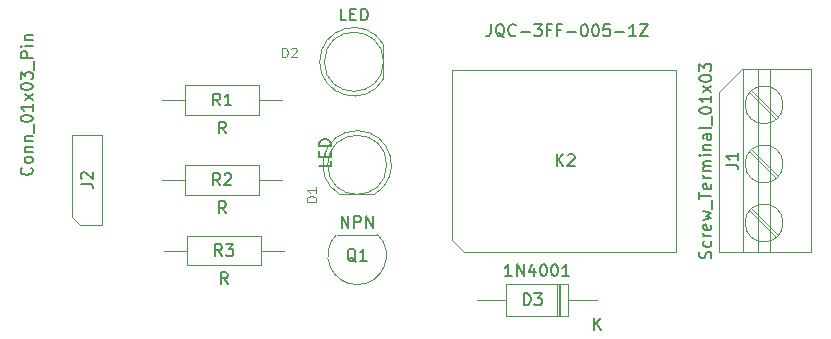
<source format=gbr>
%TF.GenerationSoftware,KiCad,Pcbnew,9.0.7*%
%TF.CreationDate,2026-01-29T22:17:20+05:30*%
%TF.ProjectId,RELAY,52454c41-592e-46b6-9963-61645f706362,rev?*%
%TF.SameCoordinates,Original*%
%TF.FileFunction,AssemblyDrawing,Top*%
%FSLAX46Y46*%
G04 Gerber Fmt 4.6, Leading zero omitted, Abs format (unit mm)*
G04 Created by KiCad (PCBNEW 9.0.7) date 2026-01-29 22:17:20*
%MOMM*%
%LPD*%
G01*
G04 APERTURE LIST*
%ADD10C,0.150000*%
%ADD11C,0.120000*%
%ADD12C,0.100000*%
G04 APERTURE END LIST*
D10*
X175987200Y-123478095D02*
X176034819Y-123335238D01*
X176034819Y-123335238D02*
X176034819Y-123097143D01*
X176034819Y-123097143D02*
X175987200Y-123001905D01*
X175987200Y-123001905D02*
X175939580Y-122954286D01*
X175939580Y-122954286D02*
X175844342Y-122906667D01*
X175844342Y-122906667D02*
X175749104Y-122906667D01*
X175749104Y-122906667D02*
X175653866Y-122954286D01*
X175653866Y-122954286D02*
X175606247Y-123001905D01*
X175606247Y-123001905D02*
X175558628Y-123097143D01*
X175558628Y-123097143D02*
X175511009Y-123287619D01*
X175511009Y-123287619D02*
X175463390Y-123382857D01*
X175463390Y-123382857D02*
X175415771Y-123430476D01*
X175415771Y-123430476D02*
X175320533Y-123478095D01*
X175320533Y-123478095D02*
X175225295Y-123478095D01*
X175225295Y-123478095D02*
X175130057Y-123430476D01*
X175130057Y-123430476D02*
X175082438Y-123382857D01*
X175082438Y-123382857D02*
X175034819Y-123287619D01*
X175034819Y-123287619D02*
X175034819Y-123049524D01*
X175034819Y-123049524D02*
X175082438Y-122906667D01*
X175987200Y-122049524D02*
X176034819Y-122144762D01*
X176034819Y-122144762D02*
X176034819Y-122335238D01*
X176034819Y-122335238D02*
X175987200Y-122430476D01*
X175987200Y-122430476D02*
X175939580Y-122478095D01*
X175939580Y-122478095D02*
X175844342Y-122525714D01*
X175844342Y-122525714D02*
X175558628Y-122525714D01*
X175558628Y-122525714D02*
X175463390Y-122478095D01*
X175463390Y-122478095D02*
X175415771Y-122430476D01*
X175415771Y-122430476D02*
X175368152Y-122335238D01*
X175368152Y-122335238D02*
X175368152Y-122144762D01*
X175368152Y-122144762D02*
X175415771Y-122049524D01*
X176034819Y-121620952D02*
X175368152Y-121620952D01*
X175558628Y-121620952D02*
X175463390Y-121573333D01*
X175463390Y-121573333D02*
X175415771Y-121525714D01*
X175415771Y-121525714D02*
X175368152Y-121430476D01*
X175368152Y-121430476D02*
X175368152Y-121335238D01*
X175987200Y-120620952D02*
X176034819Y-120716190D01*
X176034819Y-120716190D02*
X176034819Y-120906666D01*
X176034819Y-120906666D02*
X175987200Y-121001904D01*
X175987200Y-121001904D02*
X175891961Y-121049523D01*
X175891961Y-121049523D02*
X175511009Y-121049523D01*
X175511009Y-121049523D02*
X175415771Y-121001904D01*
X175415771Y-121001904D02*
X175368152Y-120906666D01*
X175368152Y-120906666D02*
X175368152Y-120716190D01*
X175368152Y-120716190D02*
X175415771Y-120620952D01*
X175415771Y-120620952D02*
X175511009Y-120573333D01*
X175511009Y-120573333D02*
X175606247Y-120573333D01*
X175606247Y-120573333D02*
X175701485Y-121049523D01*
X175368152Y-120239999D02*
X176034819Y-120049523D01*
X176034819Y-120049523D02*
X175558628Y-119859047D01*
X175558628Y-119859047D02*
X176034819Y-119668571D01*
X176034819Y-119668571D02*
X175368152Y-119478095D01*
X176130057Y-119335238D02*
X176130057Y-118573333D01*
X175034819Y-118478094D02*
X175034819Y-117906666D01*
X176034819Y-118192380D02*
X175034819Y-118192380D01*
X175987200Y-117192380D02*
X176034819Y-117287618D01*
X176034819Y-117287618D02*
X176034819Y-117478094D01*
X176034819Y-117478094D02*
X175987200Y-117573332D01*
X175987200Y-117573332D02*
X175891961Y-117620951D01*
X175891961Y-117620951D02*
X175511009Y-117620951D01*
X175511009Y-117620951D02*
X175415771Y-117573332D01*
X175415771Y-117573332D02*
X175368152Y-117478094D01*
X175368152Y-117478094D02*
X175368152Y-117287618D01*
X175368152Y-117287618D02*
X175415771Y-117192380D01*
X175415771Y-117192380D02*
X175511009Y-117144761D01*
X175511009Y-117144761D02*
X175606247Y-117144761D01*
X175606247Y-117144761D02*
X175701485Y-117620951D01*
X176034819Y-116716189D02*
X175368152Y-116716189D01*
X175558628Y-116716189D02*
X175463390Y-116668570D01*
X175463390Y-116668570D02*
X175415771Y-116620951D01*
X175415771Y-116620951D02*
X175368152Y-116525713D01*
X175368152Y-116525713D02*
X175368152Y-116430475D01*
X176034819Y-116097141D02*
X175368152Y-116097141D01*
X175463390Y-116097141D02*
X175415771Y-116049522D01*
X175415771Y-116049522D02*
X175368152Y-115954284D01*
X175368152Y-115954284D02*
X175368152Y-115811427D01*
X175368152Y-115811427D02*
X175415771Y-115716189D01*
X175415771Y-115716189D02*
X175511009Y-115668570D01*
X175511009Y-115668570D02*
X176034819Y-115668570D01*
X175511009Y-115668570D02*
X175415771Y-115620951D01*
X175415771Y-115620951D02*
X175368152Y-115525713D01*
X175368152Y-115525713D02*
X175368152Y-115382856D01*
X175368152Y-115382856D02*
X175415771Y-115287617D01*
X175415771Y-115287617D02*
X175511009Y-115239998D01*
X175511009Y-115239998D02*
X176034819Y-115239998D01*
X176034819Y-114763808D02*
X175368152Y-114763808D01*
X175034819Y-114763808D02*
X175082438Y-114811427D01*
X175082438Y-114811427D02*
X175130057Y-114763808D01*
X175130057Y-114763808D02*
X175082438Y-114716189D01*
X175082438Y-114716189D02*
X175034819Y-114763808D01*
X175034819Y-114763808D02*
X175130057Y-114763808D01*
X175368152Y-114287618D02*
X176034819Y-114287618D01*
X175463390Y-114287618D02*
X175415771Y-114239999D01*
X175415771Y-114239999D02*
X175368152Y-114144761D01*
X175368152Y-114144761D02*
X175368152Y-114001904D01*
X175368152Y-114001904D02*
X175415771Y-113906666D01*
X175415771Y-113906666D02*
X175511009Y-113859047D01*
X175511009Y-113859047D02*
X176034819Y-113859047D01*
X176034819Y-112954285D02*
X175511009Y-112954285D01*
X175511009Y-112954285D02*
X175415771Y-113001904D01*
X175415771Y-113001904D02*
X175368152Y-113097142D01*
X175368152Y-113097142D02*
X175368152Y-113287618D01*
X175368152Y-113287618D02*
X175415771Y-113382856D01*
X175987200Y-112954285D02*
X176034819Y-113049523D01*
X176034819Y-113049523D02*
X176034819Y-113287618D01*
X176034819Y-113287618D02*
X175987200Y-113382856D01*
X175987200Y-113382856D02*
X175891961Y-113430475D01*
X175891961Y-113430475D02*
X175796723Y-113430475D01*
X175796723Y-113430475D02*
X175701485Y-113382856D01*
X175701485Y-113382856D02*
X175653866Y-113287618D01*
X175653866Y-113287618D02*
X175653866Y-113049523D01*
X175653866Y-113049523D02*
X175606247Y-112954285D01*
X176034819Y-112335237D02*
X175987200Y-112430475D01*
X175987200Y-112430475D02*
X175891961Y-112478094D01*
X175891961Y-112478094D02*
X175034819Y-112478094D01*
X176130057Y-112192380D02*
X176130057Y-111430475D01*
X175034819Y-111001903D02*
X175034819Y-110906665D01*
X175034819Y-110906665D02*
X175082438Y-110811427D01*
X175082438Y-110811427D02*
X175130057Y-110763808D01*
X175130057Y-110763808D02*
X175225295Y-110716189D01*
X175225295Y-110716189D02*
X175415771Y-110668570D01*
X175415771Y-110668570D02*
X175653866Y-110668570D01*
X175653866Y-110668570D02*
X175844342Y-110716189D01*
X175844342Y-110716189D02*
X175939580Y-110763808D01*
X175939580Y-110763808D02*
X175987200Y-110811427D01*
X175987200Y-110811427D02*
X176034819Y-110906665D01*
X176034819Y-110906665D02*
X176034819Y-111001903D01*
X176034819Y-111001903D02*
X175987200Y-111097141D01*
X175987200Y-111097141D02*
X175939580Y-111144760D01*
X175939580Y-111144760D02*
X175844342Y-111192379D01*
X175844342Y-111192379D02*
X175653866Y-111239998D01*
X175653866Y-111239998D02*
X175415771Y-111239998D01*
X175415771Y-111239998D02*
X175225295Y-111192379D01*
X175225295Y-111192379D02*
X175130057Y-111144760D01*
X175130057Y-111144760D02*
X175082438Y-111097141D01*
X175082438Y-111097141D02*
X175034819Y-111001903D01*
X176034819Y-109716189D02*
X176034819Y-110287617D01*
X176034819Y-110001903D02*
X175034819Y-110001903D01*
X175034819Y-110001903D02*
X175177676Y-110097141D01*
X175177676Y-110097141D02*
X175272914Y-110192379D01*
X175272914Y-110192379D02*
X175320533Y-110287617D01*
X176034819Y-109382855D02*
X175368152Y-108859046D01*
X175368152Y-109382855D02*
X176034819Y-108859046D01*
X175034819Y-108287617D02*
X175034819Y-108192379D01*
X175034819Y-108192379D02*
X175082438Y-108097141D01*
X175082438Y-108097141D02*
X175130057Y-108049522D01*
X175130057Y-108049522D02*
X175225295Y-108001903D01*
X175225295Y-108001903D02*
X175415771Y-107954284D01*
X175415771Y-107954284D02*
X175653866Y-107954284D01*
X175653866Y-107954284D02*
X175844342Y-108001903D01*
X175844342Y-108001903D02*
X175939580Y-108049522D01*
X175939580Y-108049522D02*
X175987200Y-108097141D01*
X175987200Y-108097141D02*
X176034819Y-108192379D01*
X176034819Y-108192379D02*
X176034819Y-108287617D01*
X176034819Y-108287617D02*
X175987200Y-108382855D01*
X175987200Y-108382855D02*
X175939580Y-108430474D01*
X175939580Y-108430474D02*
X175844342Y-108478093D01*
X175844342Y-108478093D02*
X175653866Y-108525712D01*
X175653866Y-108525712D02*
X175415771Y-108525712D01*
X175415771Y-108525712D02*
X175225295Y-108478093D01*
X175225295Y-108478093D02*
X175130057Y-108430474D01*
X175130057Y-108430474D02*
X175082438Y-108382855D01*
X175082438Y-108382855D02*
X175034819Y-108287617D01*
X175034819Y-107620950D02*
X175034819Y-107001903D01*
X175034819Y-107001903D02*
X175415771Y-107335236D01*
X175415771Y-107335236D02*
X175415771Y-107192379D01*
X175415771Y-107192379D02*
X175463390Y-107097141D01*
X175463390Y-107097141D02*
X175511009Y-107049522D01*
X175511009Y-107049522D02*
X175606247Y-107001903D01*
X175606247Y-107001903D02*
X175844342Y-107001903D01*
X175844342Y-107001903D02*
X175939580Y-107049522D01*
X175939580Y-107049522D02*
X175987200Y-107097141D01*
X175987200Y-107097141D02*
X176034819Y-107192379D01*
X176034819Y-107192379D02*
X176034819Y-107478093D01*
X176034819Y-107478093D02*
X175987200Y-107573331D01*
X175987200Y-107573331D02*
X175939580Y-107620950D01*
X177304819Y-115573333D02*
X178019104Y-115573333D01*
X178019104Y-115573333D02*
X178161961Y-115620952D01*
X178161961Y-115620952D02*
X178257200Y-115716190D01*
X178257200Y-115716190D02*
X178304819Y-115859047D01*
X178304819Y-115859047D02*
X178304819Y-115954285D01*
X178304819Y-114573333D02*
X178304819Y-115144761D01*
X178304819Y-114859047D02*
X177304819Y-114859047D01*
X177304819Y-114859047D02*
X177447676Y-114954285D01*
X177447676Y-114954285D02*
X177542914Y-115049523D01*
X177542914Y-115049523D02*
X177590533Y-115144761D01*
X134929523Y-112914819D02*
X134596190Y-112438628D01*
X134358095Y-112914819D02*
X134358095Y-111914819D01*
X134358095Y-111914819D02*
X134739047Y-111914819D01*
X134739047Y-111914819D02*
X134834285Y-111962438D01*
X134834285Y-111962438D02*
X134881904Y-112010057D01*
X134881904Y-112010057D02*
X134929523Y-112105295D01*
X134929523Y-112105295D02*
X134929523Y-112248152D01*
X134929523Y-112248152D02*
X134881904Y-112343390D01*
X134881904Y-112343390D02*
X134834285Y-112391009D01*
X134834285Y-112391009D02*
X134739047Y-112438628D01*
X134739047Y-112438628D02*
X134358095Y-112438628D01*
X134453333Y-110544819D02*
X134120000Y-110068628D01*
X133881905Y-110544819D02*
X133881905Y-109544819D01*
X133881905Y-109544819D02*
X134262857Y-109544819D01*
X134262857Y-109544819D02*
X134358095Y-109592438D01*
X134358095Y-109592438D02*
X134405714Y-109640057D01*
X134405714Y-109640057D02*
X134453333Y-109735295D01*
X134453333Y-109735295D02*
X134453333Y-109878152D01*
X134453333Y-109878152D02*
X134405714Y-109973390D01*
X134405714Y-109973390D02*
X134358095Y-110021009D01*
X134358095Y-110021009D02*
X134262857Y-110068628D01*
X134262857Y-110068628D02*
X133881905Y-110068628D01*
X135405714Y-110544819D02*
X134834286Y-110544819D01*
X135120000Y-110544819D02*
X135120000Y-109544819D01*
X135120000Y-109544819D02*
X135024762Y-109687676D01*
X135024762Y-109687676D02*
X134929524Y-109782914D01*
X134929524Y-109782914D02*
X134834286Y-109830533D01*
X118469580Y-115799524D02*
X118517200Y-115847143D01*
X118517200Y-115847143D02*
X118564819Y-115990000D01*
X118564819Y-115990000D02*
X118564819Y-116085238D01*
X118564819Y-116085238D02*
X118517200Y-116228095D01*
X118517200Y-116228095D02*
X118421961Y-116323333D01*
X118421961Y-116323333D02*
X118326723Y-116370952D01*
X118326723Y-116370952D02*
X118136247Y-116418571D01*
X118136247Y-116418571D02*
X117993390Y-116418571D01*
X117993390Y-116418571D02*
X117802914Y-116370952D01*
X117802914Y-116370952D02*
X117707676Y-116323333D01*
X117707676Y-116323333D02*
X117612438Y-116228095D01*
X117612438Y-116228095D02*
X117564819Y-116085238D01*
X117564819Y-116085238D02*
X117564819Y-115990000D01*
X117564819Y-115990000D02*
X117612438Y-115847143D01*
X117612438Y-115847143D02*
X117660057Y-115799524D01*
X118564819Y-115228095D02*
X118517200Y-115323333D01*
X118517200Y-115323333D02*
X118469580Y-115370952D01*
X118469580Y-115370952D02*
X118374342Y-115418571D01*
X118374342Y-115418571D02*
X118088628Y-115418571D01*
X118088628Y-115418571D02*
X117993390Y-115370952D01*
X117993390Y-115370952D02*
X117945771Y-115323333D01*
X117945771Y-115323333D02*
X117898152Y-115228095D01*
X117898152Y-115228095D02*
X117898152Y-115085238D01*
X117898152Y-115085238D02*
X117945771Y-114990000D01*
X117945771Y-114990000D02*
X117993390Y-114942381D01*
X117993390Y-114942381D02*
X118088628Y-114894762D01*
X118088628Y-114894762D02*
X118374342Y-114894762D01*
X118374342Y-114894762D02*
X118469580Y-114942381D01*
X118469580Y-114942381D02*
X118517200Y-114990000D01*
X118517200Y-114990000D02*
X118564819Y-115085238D01*
X118564819Y-115085238D02*
X118564819Y-115228095D01*
X117898152Y-114466190D02*
X118564819Y-114466190D01*
X117993390Y-114466190D02*
X117945771Y-114418571D01*
X117945771Y-114418571D02*
X117898152Y-114323333D01*
X117898152Y-114323333D02*
X117898152Y-114180476D01*
X117898152Y-114180476D02*
X117945771Y-114085238D01*
X117945771Y-114085238D02*
X118041009Y-114037619D01*
X118041009Y-114037619D02*
X118564819Y-114037619D01*
X117898152Y-113561428D02*
X118564819Y-113561428D01*
X117993390Y-113561428D02*
X117945771Y-113513809D01*
X117945771Y-113513809D02*
X117898152Y-113418571D01*
X117898152Y-113418571D02*
X117898152Y-113275714D01*
X117898152Y-113275714D02*
X117945771Y-113180476D01*
X117945771Y-113180476D02*
X118041009Y-113132857D01*
X118041009Y-113132857D02*
X118564819Y-113132857D01*
X118660057Y-112894762D02*
X118660057Y-112132857D01*
X117564819Y-111704285D02*
X117564819Y-111609047D01*
X117564819Y-111609047D02*
X117612438Y-111513809D01*
X117612438Y-111513809D02*
X117660057Y-111466190D01*
X117660057Y-111466190D02*
X117755295Y-111418571D01*
X117755295Y-111418571D02*
X117945771Y-111370952D01*
X117945771Y-111370952D02*
X118183866Y-111370952D01*
X118183866Y-111370952D02*
X118374342Y-111418571D01*
X118374342Y-111418571D02*
X118469580Y-111466190D01*
X118469580Y-111466190D02*
X118517200Y-111513809D01*
X118517200Y-111513809D02*
X118564819Y-111609047D01*
X118564819Y-111609047D02*
X118564819Y-111704285D01*
X118564819Y-111704285D02*
X118517200Y-111799523D01*
X118517200Y-111799523D02*
X118469580Y-111847142D01*
X118469580Y-111847142D02*
X118374342Y-111894761D01*
X118374342Y-111894761D02*
X118183866Y-111942380D01*
X118183866Y-111942380D02*
X117945771Y-111942380D01*
X117945771Y-111942380D02*
X117755295Y-111894761D01*
X117755295Y-111894761D02*
X117660057Y-111847142D01*
X117660057Y-111847142D02*
X117612438Y-111799523D01*
X117612438Y-111799523D02*
X117564819Y-111704285D01*
X118564819Y-110418571D02*
X118564819Y-110989999D01*
X118564819Y-110704285D02*
X117564819Y-110704285D01*
X117564819Y-110704285D02*
X117707676Y-110799523D01*
X117707676Y-110799523D02*
X117802914Y-110894761D01*
X117802914Y-110894761D02*
X117850533Y-110989999D01*
X118564819Y-110085237D02*
X117898152Y-109561428D01*
X117898152Y-110085237D02*
X118564819Y-109561428D01*
X117564819Y-108989999D02*
X117564819Y-108894761D01*
X117564819Y-108894761D02*
X117612438Y-108799523D01*
X117612438Y-108799523D02*
X117660057Y-108751904D01*
X117660057Y-108751904D02*
X117755295Y-108704285D01*
X117755295Y-108704285D02*
X117945771Y-108656666D01*
X117945771Y-108656666D02*
X118183866Y-108656666D01*
X118183866Y-108656666D02*
X118374342Y-108704285D01*
X118374342Y-108704285D02*
X118469580Y-108751904D01*
X118469580Y-108751904D02*
X118517200Y-108799523D01*
X118517200Y-108799523D02*
X118564819Y-108894761D01*
X118564819Y-108894761D02*
X118564819Y-108989999D01*
X118564819Y-108989999D02*
X118517200Y-109085237D01*
X118517200Y-109085237D02*
X118469580Y-109132856D01*
X118469580Y-109132856D02*
X118374342Y-109180475D01*
X118374342Y-109180475D02*
X118183866Y-109228094D01*
X118183866Y-109228094D02*
X117945771Y-109228094D01*
X117945771Y-109228094D02*
X117755295Y-109180475D01*
X117755295Y-109180475D02*
X117660057Y-109132856D01*
X117660057Y-109132856D02*
X117612438Y-109085237D01*
X117612438Y-109085237D02*
X117564819Y-108989999D01*
X117564819Y-108323332D02*
X117564819Y-107704285D01*
X117564819Y-107704285D02*
X117945771Y-108037618D01*
X117945771Y-108037618D02*
X117945771Y-107894761D01*
X117945771Y-107894761D02*
X117993390Y-107799523D01*
X117993390Y-107799523D02*
X118041009Y-107751904D01*
X118041009Y-107751904D02*
X118136247Y-107704285D01*
X118136247Y-107704285D02*
X118374342Y-107704285D01*
X118374342Y-107704285D02*
X118469580Y-107751904D01*
X118469580Y-107751904D02*
X118517200Y-107799523D01*
X118517200Y-107799523D02*
X118564819Y-107894761D01*
X118564819Y-107894761D02*
X118564819Y-108180475D01*
X118564819Y-108180475D02*
X118517200Y-108275713D01*
X118517200Y-108275713D02*
X118469580Y-108323332D01*
X118660057Y-107513809D02*
X118660057Y-106751904D01*
X118564819Y-106513808D02*
X117564819Y-106513808D01*
X117564819Y-106513808D02*
X117564819Y-106132856D01*
X117564819Y-106132856D02*
X117612438Y-106037618D01*
X117612438Y-106037618D02*
X117660057Y-105989999D01*
X117660057Y-105989999D02*
X117755295Y-105942380D01*
X117755295Y-105942380D02*
X117898152Y-105942380D01*
X117898152Y-105942380D02*
X117993390Y-105989999D01*
X117993390Y-105989999D02*
X118041009Y-106037618D01*
X118041009Y-106037618D02*
X118088628Y-106132856D01*
X118088628Y-106132856D02*
X118088628Y-106513808D01*
X118564819Y-105513808D02*
X117898152Y-105513808D01*
X117564819Y-105513808D02*
X117612438Y-105561427D01*
X117612438Y-105561427D02*
X117660057Y-105513808D01*
X117660057Y-105513808D02*
X117612438Y-105466189D01*
X117612438Y-105466189D02*
X117564819Y-105513808D01*
X117564819Y-105513808D02*
X117660057Y-105513808D01*
X117898152Y-105037618D02*
X118564819Y-105037618D01*
X117993390Y-105037618D02*
X117945771Y-104989999D01*
X117945771Y-104989999D02*
X117898152Y-104894761D01*
X117898152Y-104894761D02*
X117898152Y-104751904D01*
X117898152Y-104751904D02*
X117945771Y-104656666D01*
X117945771Y-104656666D02*
X118041009Y-104609047D01*
X118041009Y-104609047D02*
X118564819Y-104609047D01*
X122644819Y-117173333D02*
X123359104Y-117173333D01*
X123359104Y-117173333D02*
X123501961Y-117220952D01*
X123501961Y-117220952D02*
X123597200Y-117316190D01*
X123597200Y-117316190D02*
X123644819Y-117459047D01*
X123644819Y-117459047D02*
X123644819Y-117554285D01*
X122740057Y-116744761D02*
X122692438Y-116697142D01*
X122692438Y-116697142D02*
X122644819Y-116601904D01*
X122644819Y-116601904D02*
X122644819Y-116363809D01*
X122644819Y-116363809D02*
X122692438Y-116268571D01*
X122692438Y-116268571D02*
X122740057Y-116220952D01*
X122740057Y-116220952D02*
X122835295Y-116173333D01*
X122835295Y-116173333D02*
X122930533Y-116173333D01*
X122930533Y-116173333D02*
X123073390Y-116220952D01*
X123073390Y-116220952D02*
X123644819Y-116792380D01*
X123644819Y-116792380D02*
X123644819Y-116173333D01*
X159147142Y-124984819D02*
X158575714Y-124984819D01*
X158861428Y-124984819D02*
X158861428Y-123984819D01*
X158861428Y-123984819D02*
X158766190Y-124127676D01*
X158766190Y-124127676D02*
X158670952Y-124222914D01*
X158670952Y-124222914D02*
X158575714Y-124270533D01*
X159575714Y-124984819D02*
X159575714Y-123984819D01*
X159575714Y-123984819D02*
X160147142Y-124984819D01*
X160147142Y-124984819D02*
X160147142Y-123984819D01*
X161051904Y-124318152D02*
X161051904Y-124984819D01*
X160813809Y-123937200D02*
X160575714Y-124651485D01*
X160575714Y-124651485D02*
X161194761Y-124651485D01*
X161766190Y-123984819D02*
X161861428Y-123984819D01*
X161861428Y-123984819D02*
X161956666Y-124032438D01*
X161956666Y-124032438D02*
X162004285Y-124080057D01*
X162004285Y-124080057D02*
X162051904Y-124175295D01*
X162051904Y-124175295D02*
X162099523Y-124365771D01*
X162099523Y-124365771D02*
X162099523Y-124603866D01*
X162099523Y-124603866D02*
X162051904Y-124794342D01*
X162051904Y-124794342D02*
X162004285Y-124889580D01*
X162004285Y-124889580D02*
X161956666Y-124937200D01*
X161956666Y-124937200D02*
X161861428Y-124984819D01*
X161861428Y-124984819D02*
X161766190Y-124984819D01*
X161766190Y-124984819D02*
X161670952Y-124937200D01*
X161670952Y-124937200D02*
X161623333Y-124889580D01*
X161623333Y-124889580D02*
X161575714Y-124794342D01*
X161575714Y-124794342D02*
X161528095Y-124603866D01*
X161528095Y-124603866D02*
X161528095Y-124365771D01*
X161528095Y-124365771D02*
X161575714Y-124175295D01*
X161575714Y-124175295D02*
X161623333Y-124080057D01*
X161623333Y-124080057D02*
X161670952Y-124032438D01*
X161670952Y-124032438D02*
X161766190Y-123984819D01*
X162718571Y-123984819D02*
X162813809Y-123984819D01*
X162813809Y-123984819D02*
X162909047Y-124032438D01*
X162909047Y-124032438D02*
X162956666Y-124080057D01*
X162956666Y-124080057D02*
X163004285Y-124175295D01*
X163004285Y-124175295D02*
X163051904Y-124365771D01*
X163051904Y-124365771D02*
X163051904Y-124603866D01*
X163051904Y-124603866D02*
X163004285Y-124794342D01*
X163004285Y-124794342D02*
X162956666Y-124889580D01*
X162956666Y-124889580D02*
X162909047Y-124937200D01*
X162909047Y-124937200D02*
X162813809Y-124984819D01*
X162813809Y-124984819D02*
X162718571Y-124984819D01*
X162718571Y-124984819D02*
X162623333Y-124937200D01*
X162623333Y-124937200D02*
X162575714Y-124889580D01*
X162575714Y-124889580D02*
X162528095Y-124794342D01*
X162528095Y-124794342D02*
X162480476Y-124603866D01*
X162480476Y-124603866D02*
X162480476Y-124365771D01*
X162480476Y-124365771D02*
X162528095Y-124175295D01*
X162528095Y-124175295D02*
X162575714Y-124080057D01*
X162575714Y-124080057D02*
X162623333Y-124032438D01*
X162623333Y-124032438D02*
X162718571Y-123984819D01*
X164004285Y-124984819D02*
X163432857Y-124984819D01*
X163718571Y-124984819D02*
X163718571Y-123984819D01*
X163718571Y-123984819D02*
X163623333Y-124127676D01*
X163623333Y-124127676D02*
X163528095Y-124222914D01*
X163528095Y-124222914D02*
X163432857Y-124270533D01*
X166108095Y-129554819D02*
X166108095Y-128554819D01*
X166679523Y-129554819D02*
X166250952Y-128983390D01*
X166679523Y-128554819D02*
X166108095Y-129126247D01*
X160161905Y-127454819D02*
X160161905Y-126454819D01*
X160161905Y-126454819D02*
X160400000Y-126454819D01*
X160400000Y-126454819D02*
X160542857Y-126502438D01*
X160542857Y-126502438D02*
X160638095Y-126597676D01*
X160638095Y-126597676D02*
X160685714Y-126692914D01*
X160685714Y-126692914D02*
X160733333Y-126883390D01*
X160733333Y-126883390D02*
X160733333Y-127026247D01*
X160733333Y-127026247D02*
X160685714Y-127216723D01*
X160685714Y-127216723D02*
X160638095Y-127311961D01*
X160638095Y-127311961D02*
X160542857Y-127407200D01*
X160542857Y-127407200D02*
X160400000Y-127454819D01*
X160400000Y-127454819D02*
X160161905Y-127454819D01*
X161066667Y-126454819D02*
X161685714Y-126454819D01*
X161685714Y-126454819D02*
X161352381Y-126835771D01*
X161352381Y-126835771D02*
X161495238Y-126835771D01*
X161495238Y-126835771D02*
X161590476Y-126883390D01*
X161590476Y-126883390D02*
X161638095Y-126931009D01*
X161638095Y-126931009D02*
X161685714Y-127026247D01*
X161685714Y-127026247D02*
X161685714Y-127264342D01*
X161685714Y-127264342D02*
X161638095Y-127359580D01*
X161638095Y-127359580D02*
X161590476Y-127407200D01*
X161590476Y-127407200D02*
X161495238Y-127454819D01*
X161495238Y-127454819D02*
X161209524Y-127454819D01*
X161209524Y-127454819D02*
X161114286Y-127407200D01*
X161114286Y-127407200D02*
X161066667Y-127359580D01*
X157377619Y-103674819D02*
X157377619Y-104389104D01*
X157377619Y-104389104D02*
X157330000Y-104531961D01*
X157330000Y-104531961D02*
X157234762Y-104627200D01*
X157234762Y-104627200D02*
X157091905Y-104674819D01*
X157091905Y-104674819D02*
X156996667Y-104674819D01*
X158520476Y-104770057D02*
X158425238Y-104722438D01*
X158425238Y-104722438D02*
X158330000Y-104627200D01*
X158330000Y-104627200D02*
X158187143Y-104484342D01*
X158187143Y-104484342D02*
X158091905Y-104436723D01*
X158091905Y-104436723D02*
X157996667Y-104436723D01*
X158044286Y-104674819D02*
X157949048Y-104627200D01*
X157949048Y-104627200D02*
X157853810Y-104531961D01*
X157853810Y-104531961D02*
X157806191Y-104341485D01*
X157806191Y-104341485D02*
X157806191Y-104008152D01*
X157806191Y-104008152D02*
X157853810Y-103817676D01*
X157853810Y-103817676D02*
X157949048Y-103722438D01*
X157949048Y-103722438D02*
X158044286Y-103674819D01*
X158044286Y-103674819D02*
X158234762Y-103674819D01*
X158234762Y-103674819D02*
X158330000Y-103722438D01*
X158330000Y-103722438D02*
X158425238Y-103817676D01*
X158425238Y-103817676D02*
X158472857Y-104008152D01*
X158472857Y-104008152D02*
X158472857Y-104341485D01*
X158472857Y-104341485D02*
X158425238Y-104531961D01*
X158425238Y-104531961D02*
X158330000Y-104627200D01*
X158330000Y-104627200D02*
X158234762Y-104674819D01*
X158234762Y-104674819D02*
X158044286Y-104674819D01*
X159472857Y-104579580D02*
X159425238Y-104627200D01*
X159425238Y-104627200D02*
X159282381Y-104674819D01*
X159282381Y-104674819D02*
X159187143Y-104674819D01*
X159187143Y-104674819D02*
X159044286Y-104627200D01*
X159044286Y-104627200D02*
X158949048Y-104531961D01*
X158949048Y-104531961D02*
X158901429Y-104436723D01*
X158901429Y-104436723D02*
X158853810Y-104246247D01*
X158853810Y-104246247D02*
X158853810Y-104103390D01*
X158853810Y-104103390D02*
X158901429Y-103912914D01*
X158901429Y-103912914D02*
X158949048Y-103817676D01*
X158949048Y-103817676D02*
X159044286Y-103722438D01*
X159044286Y-103722438D02*
X159187143Y-103674819D01*
X159187143Y-103674819D02*
X159282381Y-103674819D01*
X159282381Y-103674819D02*
X159425238Y-103722438D01*
X159425238Y-103722438D02*
X159472857Y-103770057D01*
X159901429Y-104293866D02*
X160663334Y-104293866D01*
X161044286Y-103674819D02*
X161663333Y-103674819D01*
X161663333Y-103674819D02*
X161330000Y-104055771D01*
X161330000Y-104055771D02*
X161472857Y-104055771D01*
X161472857Y-104055771D02*
X161568095Y-104103390D01*
X161568095Y-104103390D02*
X161615714Y-104151009D01*
X161615714Y-104151009D02*
X161663333Y-104246247D01*
X161663333Y-104246247D02*
X161663333Y-104484342D01*
X161663333Y-104484342D02*
X161615714Y-104579580D01*
X161615714Y-104579580D02*
X161568095Y-104627200D01*
X161568095Y-104627200D02*
X161472857Y-104674819D01*
X161472857Y-104674819D02*
X161187143Y-104674819D01*
X161187143Y-104674819D02*
X161091905Y-104627200D01*
X161091905Y-104627200D02*
X161044286Y-104579580D01*
X162425238Y-104151009D02*
X162091905Y-104151009D01*
X162091905Y-104674819D02*
X162091905Y-103674819D01*
X162091905Y-103674819D02*
X162568095Y-103674819D01*
X163282381Y-104151009D02*
X162949048Y-104151009D01*
X162949048Y-104674819D02*
X162949048Y-103674819D01*
X162949048Y-103674819D02*
X163425238Y-103674819D01*
X163806191Y-104293866D02*
X164568096Y-104293866D01*
X165234762Y-103674819D02*
X165330000Y-103674819D01*
X165330000Y-103674819D02*
X165425238Y-103722438D01*
X165425238Y-103722438D02*
X165472857Y-103770057D01*
X165472857Y-103770057D02*
X165520476Y-103865295D01*
X165520476Y-103865295D02*
X165568095Y-104055771D01*
X165568095Y-104055771D02*
X165568095Y-104293866D01*
X165568095Y-104293866D02*
X165520476Y-104484342D01*
X165520476Y-104484342D02*
X165472857Y-104579580D01*
X165472857Y-104579580D02*
X165425238Y-104627200D01*
X165425238Y-104627200D02*
X165330000Y-104674819D01*
X165330000Y-104674819D02*
X165234762Y-104674819D01*
X165234762Y-104674819D02*
X165139524Y-104627200D01*
X165139524Y-104627200D02*
X165091905Y-104579580D01*
X165091905Y-104579580D02*
X165044286Y-104484342D01*
X165044286Y-104484342D02*
X164996667Y-104293866D01*
X164996667Y-104293866D02*
X164996667Y-104055771D01*
X164996667Y-104055771D02*
X165044286Y-103865295D01*
X165044286Y-103865295D02*
X165091905Y-103770057D01*
X165091905Y-103770057D02*
X165139524Y-103722438D01*
X165139524Y-103722438D02*
X165234762Y-103674819D01*
X166187143Y-103674819D02*
X166282381Y-103674819D01*
X166282381Y-103674819D02*
X166377619Y-103722438D01*
X166377619Y-103722438D02*
X166425238Y-103770057D01*
X166425238Y-103770057D02*
X166472857Y-103865295D01*
X166472857Y-103865295D02*
X166520476Y-104055771D01*
X166520476Y-104055771D02*
X166520476Y-104293866D01*
X166520476Y-104293866D02*
X166472857Y-104484342D01*
X166472857Y-104484342D02*
X166425238Y-104579580D01*
X166425238Y-104579580D02*
X166377619Y-104627200D01*
X166377619Y-104627200D02*
X166282381Y-104674819D01*
X166282381Y-104674819D02*
X166187143Y-104674819D01*
X166187143Y-104674819D02*
X166091905Y-104627200D01*
X166091905Y-104627200D02*
X166044286Y-104579580D01*
X166044286Y-104579580D02*
X165996667Y-104484342D01*
X165996667Y-104484342D02*
X165949048Y-104293866D01*
X165949048Y-104293866D02*
X165949048Y-104055771D01*
X165949048Y-104055771D02*
X165996667Y-103865295D01*
X165996667Y-103865295D02*
X166044286Y-103770057D01*
X166044286Y-103770057D02*
X166091905Y-103722438D01*
X166091905Y-103722438D02*
X166187143Y-103674819D01*
X167425238Y-103674819D02*
X166949048Y-103674819D01*
X166949048Y-103674819D02*
X166901429Y-104151009D01*
X166901429Y-104151009D02*
X166949048Y-104103390D01*
X166949048Y-104103390D02*
X167044286Y-104055771D01*
X167044286Y-104055771D02*
X167282381Y-104055771D01*
X167282381Y-104055771D02*
X167377619Y-104103390D01*
X167377619Y-104103390D02*
X167425238Y-104151009D01*
X167425238Y-104151009D02*
X167472857Y-104246247D01*
X167472857Y-104246247D02*
X167472857Y-104484342D01*
X167472857Y-104484342D02*
X167425238Y-104579580D01*
X167425238Y-104579580D02*
X167377619Y-104627200D01*
X167377619Y-104627200D02*
X167282381Y-104674819D01*
X167282381Y-104674819D02*
X167044286Y-104674819D01*
X167044286Y-104674819D02*
X166949048Y-104627200D01*
X166949048Y-104627200D02*
X166901429Y-104579580D01*
X167901429Y-104293866D02*
X168663334Y-104293866D01*
X169663333Y-104674819D02*
X169091905Y-104674819D01*
X169377619Y-104674819D02*
X169377619Y-103674819D01*
X169377619Y-103674819D02*
X169282381Y-103817676D01*
X169282381Y-103817676D02*
X169187143Y-103912914D01*
X169187143Y-103912914D02*
X169091905Y-103960533D01*
X169996667Y-103674819D02*
X170663333Y-103674819D01*
X170663333Y-103674819D02*
X169996667Y-104674819D01*
X169996667Y-104674819D02*
X170663333Y-104674819D01*
X162941905Y-115674819D02*
X162941905Y-114674819D01*
X163513333Y-115674819D02*
X163084762Y-115103390D01*
X163513333Y-114674819D02*
X162941905Y-115246247D01*
X163894286Y-114770057D02*
X163941905Y-114722438D01*
X163941905Y-114722438D02*
X164037143Y-114674819D01*
X164037143Y-114674819D02*
X164275238Y-114674819D01*
X164275238Y-114674819D02*
X164370476Y-114722438D01*
X164370476Y-114722438D02*
X164418095Y-114770057D01*
X164418095Y-114770057D02*
X164465714Y-114865295D01*
X164465714Y-114865295D02*
X164465714Y-114960533D01*
X164465714Y-114960533D02*
X164418095Y-115103390D01*
X164418095Y-115103390D02*
X163846667Y-115674819D01*
X163846667Y-115674819D02*
X164465714Y-115674819D01*
X143824819Y-115212857D02*
X143824819Y-115689047D01*
X143824819Y-115689047D02*
X142824819Y-115689047D01*
X143301009Y-114879523D02*
X143301009Y-114546190D01*
X143824819Y-114403333D02*
X143824819Y-114879523D01*
X143824819Y-114879523D02*
X142824819Y-114879523D01*
X142824819Y-114879523D02*
X142824819Y-114403333D01*
X143824819Y-113974761D02*
X142824819Y-113974761D01*
X142824819Y-113974761D02*
X142824819Y-113736666D01*
X142824819Y-113736666D02*
X142872438Y-113593809D01*
X142872438Y-113593809D02*
X142967676Y-113498571D01*
X142967676Y-113498571D02*
X143062914Y-113450952D01*
X143062914Y-113450952D02*
X143253390Y-113403333D01*
X143253390Y-113403333D02*
X143396247Y-113403333D01*
X143396247Y-113403333D02*
X143586723Y-113450952D01*
X143586723Y-113450952D02*
X143681961Y-113498571D01*
X143681961Y-113498571D02*
X143777200Y-113593809D01*
X143777200Y-113593809D02*
X143824819Y-113736666D01*
X143824819Y-113736666D02*
X143824819Y-113974761D01*
D11*
X142603855Y-118700475D02*
X141803855Y-118700475D01*
X141803855Y-118700475D02*
X141803855Y-118509999D01*
X141803855Y-118509999D02*
X141841950Y-118395713D01*
X141841950Y-118395713D02*
X141918140Y-118319523D01*
X141918140Y-118319523D02*
X141994331Y-118281428D01*
X141994331Y-118281428D02*
X142146712Y-118243332D01*
X142146712Y-118243332D02*
X142260998Y-118243332D01*
X142260998Y-118243332D02*
X142413379Y-118281428D01*
X142413379Y-118281428D02*
X142489569Y-118319523D01*
X142489569Y-118319523D02*
X142565760Y-118395713D01*
X142565760Y-118395713D02*
X142603855Y-118509999D01*
X142603855Y-118509999D02*
X142603855Y-118700475D01*
X142603855Y-117481428D02*
X142603855Y-117938571D01*
X142603855Y-117709999D02*
X141803855Y-117709999D01*
X141803855Y-117709999D02*
X141918140Y-117786190D01*
X141918140Y-117786190D02*
X141994331Y-117862380D01*
X141994331Y-117862380D02*
X142032426Y-117938571D01*
D10*
X135089523Y-125664819D02*
X134756190Y-125188628D01*
X134518095Y-125664819D02*
X134518095Y-124664819D01*
X134518095Y-124664819D02*
X134899047Y-124664819D01*
X134899047Y-124664819D02*
X134994285Y-124712438D01*
X134994285Y-124712438D02*
X135041904Y-124760057D01*
X135041904Y-124760057D02*
X135089523Y-124855295D01*
X135089523Y-124855295D02*
X135089523Y-124998152D01*
X135089523Y-124998152D02*
X135041904Y-125093390D01*
X135041904Y-125093390D02*
X134994285Y-125141009D01*
X134994285Y-125141009D02*
X134899047Y-125188628D01*
X134899047Y-125188628D02*
X134518095Y-125188628D01*
X134613333Y-123294819D02*
X134280000Y-122818628D01*
X134041905Y-123294819D02*
X134041905Y-122294819D01*
X134041905Y-122294819D02*
X134422857Y-122294819D01*
X134422857Y-122294819D02*
X134518095Y-122342438D01*
X134518095Y-122342438D02*
X134565714Y-122390057D01*
X134565714Y-122390057D02*
X134613333Y-122485295D01*
X134613333Y-122485295D02*
X134613333Y-122628152D01*
X134613333Y-122628152D02*
X134565714Y-122723390D01*
X134565714Y-122723390D02*
X134518095Y-122771009D01*
X134518095Y-122771009D02*
X134422857Y-122818628D01*
X134422857Y-122818628D02*
X134041905Y-122818628D01*
X134946667Y-122294819D02*
X135565714Y-122294819D01*
X135565714Y-122294819D02*
X135232381Y-122675771D01*
X135232381Y-122675771D02*
X135375238Y-122675771D01*
X135375238Y-122675771D02*
X135470476Y-122723390D01*
X135470476Y-122723390D02*
X135518095Y-122771009D01*
X135518095Y-122771009D02*
X135565714Y-122866247D01*
X135565714Y-122866247D02*
X135565714Y-123104342D01*
X135565714Y-123104342D02*
X135518095Y-123199580D01*
X135518095Y-123199580D02*
X135470476Y-123247200D01*
X135470476Y-123247200D02*
X135375238Y-123294819D01*
X135375238Y-123294819D02*
X135089524Y-123294819D01*
X135089524Y-123294819D02*
X134994286Y-123247200D01*
X134994286Y-123247200D02*
X134946667Y-123199580D01*
X144740476Y-120894819D02*
X144740476Y-119894819D01*
X144740476Y-119894819D02*
X145311904Y-120894819D01*
X145311904Y-120894819D02*
X145311904Y-119894819D01*
X145788095Y-120894819D02*
X145788095Y-119894819D01*
X145788095Y-119894819D02*
X146169047Y-119894819D01*
X146169047Y-119894819D02*
X146264285Y-119942438D01*
X146264285Y-119942438D02*
X146311904Y-119990057D01*
X146311904Y-119990057D02*
X146359523Y-120085295D01*
X146359523Y-120085295D02*
X146359523Y-120228152D01*
X146359523Y-120228152D02*
X146311904Y-120323390D01*
X146311904Y-120323390D02*
X146264285Y-120371009D01*
X146264285Y-120371009D02*
X146169047Y-120418628D01*
X146169047Y-120418628D02*
X145788095Y-120418628D01*
X146788095Y-120894819D02*
X146788095Y-119894819D01*
X146788095Y-119894819D02*
X147359523Y-120894819D01*
X147359523Y-120894819D02*
X147359523Y-119894819D01*
X145954761Y-123780057D02*
X145859523Y-123732438D01*
X145859523Y-123732438D02*
X145764285Y-123637200D01*
X145764285Y-123637200D02*
X145621428Y-123494342D01*
X145621428Y-123494342D02*
X145526190Y-123446723D01*
X145526190Y-123446723D02*
X145430952Y-123446723D01*
X145478571Y-123684819D02*
X145383333Y-123637200D01*
X145383333Y-123637200D02*
X145288095Y-123541961D01*
X145288095Y-123541961D02*
X145240476Y-123351485D01*
X145240476Y-123351485D02*
X145240476Y-123018152D01*
X145240476Y-123018152D02*
X145288095Y-122827676D01*
X145288095Y-122827676D02*
X145383333Y-122732438D01*
X145383333Y-122732438D02*
X145478571Y-122684819D01*
X145478571Y-122684819D02*
X145669047Y-122684819D01*
X145669047Y-122684819D02*
X145764285Y-122732438D01*
X145764285Y-122732438D02*
X145859523Y-122827676D01*
X145859523Y-122827676D02*
X145907142Y-123018152D01*
X145907142Y-123018152D02*
X145907142Y-123351485D01*
X145907142Y-123351485D02*
X145859523Y-123541961D01*
X145859523Y-123541961D02*
X145764285Y-123637200D01*
X145764285Y-123637200D02*
X145669047Y-123684819D01*
X145669047Y-123684819D02*
X145478571Y-123684819D01*
X146859523Y-123684819D02*
X146288095Y-123684819D01*
X146573809Y-123684819D02*
X146573809Y-122684819D01*
X146573809Y-122684819D02*
X146478571Y-122827676D01*
X146478571Y-122827676D02*
X146383333Y-122922914D01*
X146383333Y-122922914D02*
X146288095Y-122970533D01*
X134929523Y-119664819D02*
X134596190Y-119188628D01*
X134358095Y-119664819D02*
X134358095Y-118664819D01*
X134358095Y-118664819D02*
X134739047Y-118664819D01*
X134739047Y-118664819D02*
X134834285Y-118712438D01*
X134834285Y-118712438D02*
X134881904Y-118760057D01*
X134881904Y-118760057D02*
X134929523Y-118855295D01*
X134929523Y-118855295D02*
X134929523Y-118998152D01*
X134929523Y-118998152D02*
X134881904Y-119093390D01*
X134881904Y-119093390D02*
X134834285Y-119141009D01*
X134834285Y-119141009D02*
X134739047Y-119188628D01*
X134739047Y-119188628D02*
X134358095Y-119188628D01*
X134453333Y-117294819D02*
X134120000Y-116818628D01*
X133881905Y-117294819D02*
X133881905Y-116294819D01*
X133881905Y-116294819D02*
X134262857Y-116294819D01*
X134262857Y-116294819D02*
X134358095Y-116342438D01*
X134358095Y-116342438D02*
X134405714Y-116390057D01*
X134405714Y-116390057D02*
X134453333Y-116485295D01*
X134453333Y-116485295D02*
X134453333Y-116628152D01*
X134453333Y-116628152D02*
X134405714Y-116723390D01*
X134405714Y-116723390D02*
X134358095Y-116771009D01*
X134358095Y-116771009D02*
X134262857Y-116818628D01*
X134262857Y-116818628D02*
X133881905Y-116818628D01*
X134834286Y-116390057D02*
X134881905Y-116342438D01*
X134881905Y-116342438D02*
X134977143Y-116294819D01*
X134977143Y-116294819D02*
X135215238Y-116294819D01*
X135215238Y-116294819D02*
X135310476Y-116342438D01*
X135310476Y-116342438D02*
X135358095Y-116390057D01*
X135358095Y-116390057D02*
X135405714Y-116485295D01*
X135405714Y-116485295D02*
X135405714Y-116580533D01*
X135405714Y-116580533D02*
X135358095Y-116723390D01*
X135358095Y-116723390D02*
X134786667Y-117294819D01*
X134786667Y-117294819D02*
X135405714Y-117294819D01*
X145137142Y-103334819D02*
X144660952Y-103334819D01*
X144660952Y-103334819D02*
X144660952Y-102334819D01*
X145470476Y-102811009D02*
X145803809Y-102811009D01*
X145946666Y-103334819D02*
X145470476Y-103334819D01*
X145470476Y-103334819D02*
X145470476Y-102334819D01*
X145470476Y-102334819D02*
X145946666Y-102334819D01*
X146375238Y-103334819D02*
X146375238Y-102334819D01*
X146375238Y-102334819D02*
X146613333Y-102334819D01*
X146613333Y-102334819D02*
X146756190Y-102382438D01*
X146756190Y-102382438D02*
X146851428Y-102477676D01*
X146851428Y-102477676D02*
X146899047Y-102572914D01*
X146899047Y-102572914D02*
X146946666Y-102763390D01*
X146946666Y-102763390D02*
X146946666Y-102906247D01*
X146946666Y-102906247D02*
X146899047Y-103096723D01*
X146899047Y-103096723D02*
X146851428Y-103191961D01*
X146851428Y-103191961D02*
X146756190Y-103287200D01*
X146756190Y-103287200D02*
X146613333Y-103334819D01*
X146613333Y-103334819D02*
X146375238Y-103334819D01*
D11*
X139709524Y-106453855D02*
X139709524Y-105653855D01*
X139709524Y-105653855D02*
X139900000Y-105653855D01*
X139900000Y-105653855D02*
X140014286Y-105691950D01*
X140014286Y-105691950D02*
X140090476Y-105768140D01*
X140090476Y-105768140D02*
X140128571Y-105844331D01*
X140128571Y-105844331D02*
X140166667Y-105996712D01*
X140166667Y-105996712D02*
X140166667Y-106110998D01*
X140166667Y-106110998D02*
X140128571Y-106263379D01*
X140128571Y-106263379D02*
X140090476Y-106339569D01*
X140090476Y-106339569D02*
X140014286Y-106415760D01*
X140014286Y-106415760D02*
X139900000Y-106453855D01*
X139900000Y-106453855D02*
X139709524Y-106453855D01*
X140471428Y-105730045D02*
X140509524Y-105691950D01*
X140509524Y-105691950D02*
X140585714Y-105653855D01*
X140585714Y-105653855D02*
X140776190Y-105653855D01*
X140776190Y-105653855D02*
X140852381Y-105691950D01*
X140852381Y-105691950D02*
X140890476Y-105730045D01*
X140890476Y-105730045D02*
X140928571Y-105806236D01*
X140928571Y-105806236D02*
X140928571Y-105882426D01*
X140928571Y-105882426D02*
X140890476Y-105996712D01*
X140890476Y-105996712D02*
X140433333Y-106453855D01*
X140433333Y-106453855D02*
X140928571Y-106453855D01*
D12*
%TO.C,J1*%
X176700000Y-109440000D02*
X178650000Y-107490000D01*
X176700000Y-122990000D02*
X176700000Y-109440000D01*
X178650000Y-107490000D02*
X184500000Y-107490000D01*
X178700000Y-107490000D02*
X178700000Y-122990000D01*
X180000000Y-107490000D02*
X180000000Y-122990000D01*
X181000000Y-107490000D02*
X181000000Y-122990000D01*
X181518000Y-111703000D02*
X179287000Y-109472000D01*
X181518000Y-116703000D02*
X179287000Y-114472000D01*
X181518000Y-121703000D02*
X179287000Y-119472000D01*
X181713000Y-111508000D02*
X179482000Y-109277000D01*
X181713000Y-116508000D02*
X179482000Y-114277000D01*
X181713000Y-121508000D02*
X179482000Y-119277000D01*
X184500000Y-107490000D02*
X184500000Y-122990000D01*
X184500000Y-122990000D02*
X176700000Y-122990000D01*
X182100000Y-110490000D02*
G75*
G02*
X178900000Y-110490000I-1600000J0D01*
G01*
X178900000Y-110490000D02*
G75*
G02*
X182100000Y-110490000I1600000J0D01*
G01*
X182100000Y-115490000D02*
G75*
G02*
X178900000Y-115490000I-1600000J0D01*
G01*
X178900000Y-115490000D02*
G75*
G02*
X182100000Y-115490000I1600000J0D01*
G01*
X182100000Y-120490000D02*
G75*
G02*
X178900000Y-120490000I-1600000J0D01*
G01*
X178900000Y-120490000D02*
G75*
G02*
X182100000Y-120490000I1600000J0D01*
G01*
%TO.C,R1*%
X129540000Y-110090000D02*
X131470000Y-110090000D01*
X139700000Y-110090000D02*
X137770000Y-110090000D01*
X131470000Y-108840000D02*
X137770000Y-108840000D01*
X137770000Y-111340000D01*
X131470000Y-111340000D01*
X131470000Y-108840000D01*
%TO.C,J2*%
X121920000Y-113030000D02*
X124460000Y-113030000D01*
X121920000Y-120015000D02*
X121920000Y-113030000D01*
X122555000Y-120650000D02*
X121920000Y-120015000D01*
X124460000Y-113030000D02*
X124460000Y-120650000D01*
X124460000Y-120650000D02*
X122555000Y-120650000D01*
%TO.C,D3*%
X156210000Y-127000000D02*
X158690000Y-127000000D01*
X163010000Y-128350000D02*
X163010000Y-125650000D01*
X163110000Y-128350000D02*
X163110000Y-125650000D01*
X163210000Y-128350000D02*
X163210000Y-125650000D01*
X166370000Y-127000000D02*
X163890000Y-127000000D01*
X163890000Y-128350000D02*
X158690000Y-128350000D01*
X158690000Y-125650000D01*
X163890000Y-125650000D01*
X163890000Y-128350000D01*
%TO.C,K2*%
X154080000Y-107520000D02*
X154080000Y-121920000D01*
X154080000Y-121920000D02*
X155080000Y-122920000D01*
X155080000Y-122920000D02*
X173080000Y-122920000D01*
X173080000Y-107520000D02*
X154080000Y-107520000D01*
X173080000Y-122920000D02*
X173080000Y-107520000D01*
%TO.C,D1*%
X144580306Y-118070000D02*
X147519694Y-118070000D01*
X144580306Y-118070000D02*
G75*
G02*
X147519694Y-118070000I1469694J2500000D01*
G01*
X148550000Y-115570000D02*
G75*
G02*
X143550000Y-115570000I-2500000J0D01*
G01*
X143550000Y-115570000D02*
G75*
G02*
X148550000Y-115570000I2500000J0D01*
G01*
%TO.C,R3*%
X129700000Y-122840000D02*
X131630000Y-122840000D01*
X139860000Y-122840000D02*
X137930000Y-122840000D01*
X131630000Y-121590000D02*
X137930000Y-121590000D01*
X137930000Y-124090000D01*
X131630000Y-124090000D01*
X131630000Y-121590000D01*
%TO.C,Q1*%
X147820000Y-121480000D02*
X144320000Y-121480000D01*
X146050000Y-125710000D02*
G75*
G02*
X144296375Y-121476375I0J2480000D01*
G01*
X147803625Y-121476375D02*
G75*
G02*
X146050000Y-125710000I-1753625J-1753625D01*
G01*
%TO.C,R2*%
X129540000Y-116840000D02*
X131470000Y-116840000D01*
X139700000Y-116840000D02*
X137770000Y-116840000D01*
X131470000Y-115590000D02*
X137770000Y-115590000D01*
X137770000Y-118090000D01*
X131470000Y-118090000D01*
X131470000Y-115590000D01*
%TO.C,D2*%
X148280000Y-108309694D02*
X148280000Y-105370306D01*
X148280000Y-108309694D02*
G75*
G02*
X148280000Y-105370306I-2500000J1469694D01*
G01*
X148280000Y-106840000D02*
G75*
G02*
X143280000Y-106840000I-2500000J0D01*
G01*
X143280000Y-106840000D02*
G75*
G02*
X148280000Y-106840000I2500000J0D01*
G01*
%TD*%
M02*

</source>
